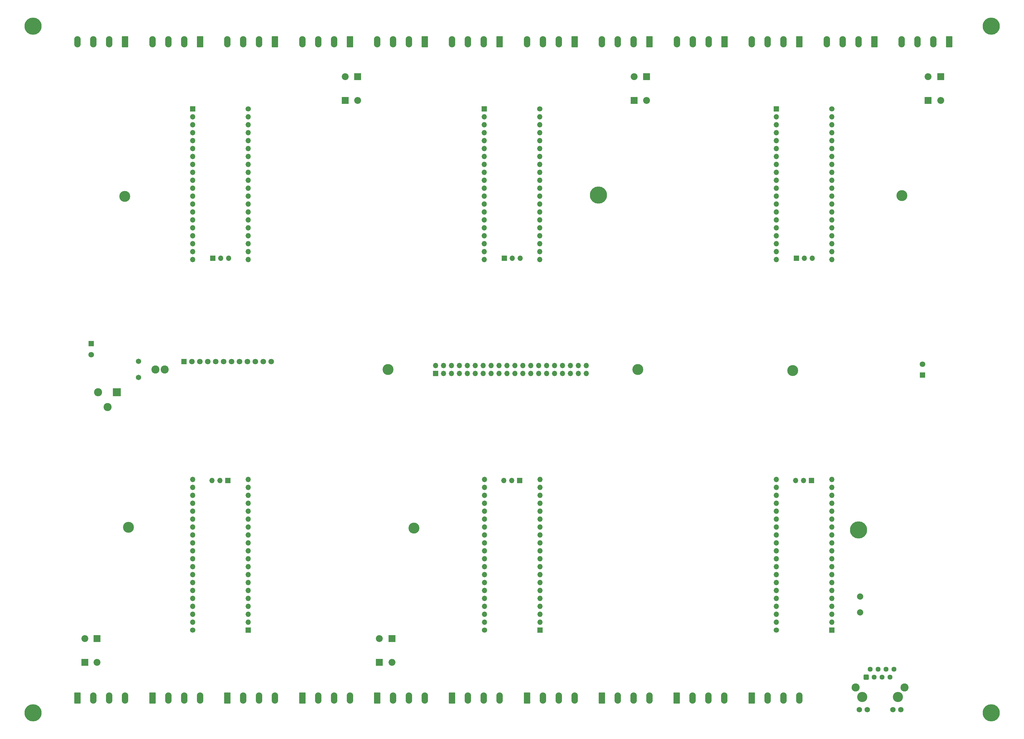
<source format=gbr>
%TF.GenerationSoftware,KiCad,Pcbnew,8.0.1*%
%TF.CreationDate,2024-04-17T10:04:04-05:00*%
%TF.ProjectId,Kristerj,4b726973-7465-4726-9a2e-6b696361645f,rev?*%
%TF.SameCoordinates,Original*%
%TF.FileFunction,Soldermask,Bot*%
%TF.FilePolarity,Negative*%
%FSLAX46Y46*%
G04 Gerber Fmt 4.6, Leading zero omitted, Abs format (unit mm)*
G04 Created by KiCad (PCBNEW 8.0.1) date 2024-04-17 10:04:04*
%MOMM*%
%LPD*%
G01*
G04 APERTURE LIST*
G04 Aperture macros list*
%AMRoundRect*
0 Rectangle with rounded corners*
0 $1 Rounding radius*
0 $2 $3 $4 $5 $6 $7 $8 $9 X,Y pos of 4 corners*
0 Add a 4 corners polygon primitive as box body*
4,1,4,$2,$3,$4,$5,$6,$7,$8,$9,$2,$3,0*
0 Add four circle primitives for the rounded corners*
1,1,$1+$1,$2,$3*
1,1,$1+$1,$4,$5*
1,1,$1+$1,$6,$7*
1,1,$1+$1,$8,$9*
0 Add four rect primitives between the rounded corners*
20,1,$1+$1,$2,$3,$4,$5,0*
20,1,$1+$1,$4,$5,$6,$7,0*
20,1,$1+$1,$6,$7,$8,$9,0*
20,1,$1+$1,$8,$9,$2,$3,0*%
G04 Aperture macros list end*
%ADD10C,1.710000*%
%ADD11R,1.700000X1.700000*%
%ADD12O,1.700000X1.700000*%
%ADD13C,2.600000*%
%ADD14C,1.700000*%
%ADD15R,1.800000X1.800000*%
%ADD16C,1.800000*%
%ADD17C,5.500000*%
%ADD18C,3.500000*%
%ADD19R,2.200000X2.200000*%
%ADD20O,2.200000X2.200000*%
%ADD21R,2.600000X2.600000*%
%ADD22RoundRect,0.249999X-0.790001X-1.550001X0.790001X-1.550001X0.790001X1.550001X-0.790001X1.550001X0*%
%ADD23O,2.080000X3.600000*%
%ADD24RoundRect,0.249999X0.790001X1.550001X-0.790001X1.550001X-0.790001X-1.550001X0.790001X-1.550001X0*%
%ADD25C,2.000000*%
%ADD26C,3.250000*%
%ADD27RoundRect,0.102000X-0.704000X-0.704000X0.704000X-0.704000X0.704000X0.704000X-0.704000X0.704000X0*%
%ADD28C,1.612000*%
%ADD29C,1.734000*%
%ADD30C,2.604000*%
G04 APERTURE END LIST*
D10*
%TO.C,F1*%
X176300000Y-202235000D03*
X176300000Y-197135000D03*
%TD*%
D11*
%TO.C,J5*%
X204940000Y-235305000D03*
D12*
X202400000Y-235305000D03*
X199860000Y-235305000D03*
%TD*%
D11*
%TO.C,J19*%
X387060000Y-164095000D03*
D12*
X389600000Y-164095000D03*
X392140000Y-164095000D03*
%TD*%
D11*
%TO.C,J20*%
X391865000Y-235315000D03*
D12*
X389325000Y-235315000D03*
X386785000Y-235315000D03*
%TD*%
D13*
%TO.C,L1*%
X181725000Y-199700000D03*
X184725000Y-199700000D03*
%TD*%
D11*
%TO.C,U17*%
X380585000Y-116205000D03*
D12*
X380585000Y-118745000D03*
X380585000Y-121285000D03*
X380585000Y-123825000D03*
X380585000Y-126365000D03*
X380585000Y-128905000D03*
X380585000Y-131445000D03*
X380585000Y-133985000D03*
X380585000Y-136525000D03*
X380585000Y-139065000D03*
X380585000Y-141605000D03*
X380585000Y-144145000D03*
X380585000Y-146685000D03*
X380585000Y-149225000D03*
X380585000Y-151765000D03*
X380585000Y-154305000D03*
X380585000Y-156845000D03*
X380585000Y-159385000D03*
X380585000Y-161925000D03*
X380585000Y-164465000D03*
X398365000Y-164465000D03*
X398365000Y-161925000D03*
X398365000Y-159385000D03*
X398365000Y-156845000D03*
X398365000Y-154305000D03*
X398365000Y-151765000D03*
X398365000Y-149225000D03*
X398365000Y-146685000D03*
X398365000Y-144145000D03*
X398365000Y-141605000D03*
X398365000Y-139065000D03*
X398365000Y-136525000D03*
X398365000Y-133985000D03*
X398365000Y-131445000D03*
X398365000Y-128905000D03*
X398365000Y-126365000D03*
X398365000Y-123825000D03*
X398365000Y-121285000D03*
X398365000Y-118745000D03*
D14*
X398365000Y-116205000D03*
%TD*%
D15*
%TO.C,J1*%
X161185000Y-191455000D03*
D16*
X161185000Y-194955000D03*
%TD*%
D17*
%TO.C,H1*%
X142500000Y-309700000D03*
%TD*%
%TO.C,H11*%
X449400000Y-309700000D03*
%TD*%
%TO.C,H5*%
X142500000Y-89700000D03*
%TD*%
D18*
%TO.C,H2*%
X173120000Y-250255000D03*
%TD*%
%TO.C,H6*%
X336260000Y-199720000D03*
%TD*%
%TO.C,H7*%
X420850000Y-144035000D03*
%TD*%
D17*
%TO.C,H8*%
X323650000Y-143835000D03*
%TD*%
D18*
%TO.C,H9*%
X171939260Y-144302740D03*
%TD*%
%TO.C,H10*%
X256260000Y-199720000D03*
%TD*%
D17*
%TO.C,H4*%
X406910000Y-251155000D03*
%TD*%
D18*
%TO.C,H12*%
X264530000Y-250555000D03*
%TD*%
D11*
%TO.C,J6*%
X200055000Y-164095000D03*
D12*
X202595000Y-164095000D03*
X205135000Y-164095000D03*
%TD*%
D11*
%TO.C,J14*%
X298390000Y-235310000D03*
D12*
X295850000Y-235310000D03*
X293310000Y-235310000D03*
%TD*%
D19*
%TO.C,D17*%
X159080000Y-293520000D03*
D20*
X159080000Y-285900000D03*
%TD*%
D11*
%TO.C,J8*%
X271470000Y-200985000D03*
D12*
X271470000Y-198445000D03*
X274010000Y-200985000D03*
X274010000Y-198445000D03*
X276550000Y-200985000D03*
X276550000Y-198445000D03*
X279090000Y-200985000D03*
X279090000Y-198445000D03*
X281630000Y-200985000D03*
X281630000Y-198445000D03*
X284170000Y-200985000D03*
X284170000Y-198445000D03*
X286710000Y-200985000D03*
X286710000Y-198445000D03*
X289250000Y-200985000D03*
X289250000Y-198445000D03*
X291790000Y-200985000D03*
X291790000Y-198445000D03*
X294330000Y-200985000D03*
X294330000Y-198445000D03*
X296870000Y-200985000D03*
X296870000Y-198445000D03*
X299410000Y-200985000D03*
X299410000Y-198445000D03*
X301950000Y-200985000D03*
X301950000Y-198445000D03*
X304490000Y-200985000D03*
X304490000Y-198445000D03*
X307030000Y-200985000D03*
X307030000Y-198445000D03*
X309570000Y-200985000D03*
X309570000Y-198445000D03*
X312110000Y-200985000D03*
X312110000Y-198445000D03*
X314650000Y-200985000D03*
X314650000Y-198445000D03*
X317190000Y-200985000D03*
X317190000Y-198445000D03*
X319730000Y-200985000D03*
X319730000Y-198445000D03*
%TD*%
D11*
%TO.C,U1*%
X211410000Y-283205000D03*
D12*
X211410000Y-280665000D03*
X211410000Y-278125000D03*
X211410000Y-275585000D03*
X211410000Y-273045000D03*
X211410000Y-270505000D03*
X211410000Y-267965000D03*
X211410000Y-265425000D03*
X211410000Y-262885000D03*
X211410000Y-260345000D03*
X211410000Y-257805000D03*
X211410000Y-255265000D03*
X211410000Y-252725000D03*
X211410000Y-250185000D03*
X211410000Y-247645000D03*
X211410000Y-245105000D03*
X211410000Y-242565000D03*
X211410000Y-240025000D03*
X211410000Y-237485000D03*
X211410000Y-234945000D03*
X193630000Y-234945000D03*
X193630000Y-237485000D03*
X193630000Y-240025000D03*
X193630000Y-242565000D03*
X193630000Y-245105000D03*
X193630000Y-247645000D03*
X193630000Y-250185000D03*
X193630000Y-252725000D03*
X193630000Y-255265000D03*
X193630000Y-257805000D03*
X193630000Y-260345000D03*
X193630000Y-262885000D03*
X193630000Y-265425000D03*
X193630000Y-267965000D03*
X193630000Y-270505000D03*
X193630000Y-273045000D03*
X193630000Y-275585000D03*
X193630000Y-278125000D03*
X193630000Y-280665000D03*
D14*
X193630000Y-283205000D03*
%TD*%
D21*
%TO.C,J2*%
X169390000Y-207045000D03*
D13*
X163390000Y-207045000D03*
X166390000Y-211745000D03*
%TD*%
D11*
%TO.C,U2*%
X193630000Y-116205000D03*
D12*
X193630000Y-118745000D03*
X193630000Y-121285000D03*
X193630000Y-123825000D03*
X193630000Y-126365000D03*
X193630000Y-128905000D03*
X193630000Y-131445000D03*
X193630000Y-133985000D03*
X193630000Y-136525000D03*
X193630000Y-139065000D03*
X193630000Y-141605000D03*
X193630000Y-144145000D03*
X193630000Y-146685000D03*
X193630000Y-149225000D03*
X193630000Y-151765000D03*
X193630000Y-154305000D03*
X193630000Y-156845000D03*
X193630000Y-159385000D03*
X193630000Y-161925000D03*
X193630000Y-164465000D03*
X211410000Y-164465000D03*
X211410000Y-161925000D03*
X211410000Y-159385000D03*
X211410000Y-156845000D03*
X211410000Y-154305000D03*
X211410000Y-151765000D03*
X211410000Y-149225000D03*
X211410000Y-146685000D03*
X211410000Y-144145000D03*
X211410000Y-141605000D03*
X211410000Y-139065000D03*
X211410000Y-136525000D03*
X211410000Y-133985000D03*
X211410000Y-131445000D03*
X211410000Y-128905000D03*
X211410000Y-126365000D03*
X211410000Y-123825000D03*
X211410000Y-121285000D03*
X211410000Y-118745000D03*
D14*
X211410000Y-116205000D03*
%TD*%
D18*
%TO.C,H13*%
X385830000Y-200075000D03*
%TD*%
D19*
%TO.C,D18*%
X162985000Y-285900000D03*
D20*
X162985000Y-293520000D03*
%TD*%
D19*
%TO.C,D19*%
X246460000Y-105915000D03*
D20*
X246460000Y-113535000D03*
%TD*%
D19*
%TO.C,D20*%
X242555000Y-113530000D03*
D20*
X242555000Y-105910000D03*
%TD*%
D11*
%TO.C,U9*%
X287035000Y-116205000D03*
D12*
X287035000Y-118745000D03*
X287035000Y-121285000D03*
X287035000Y-123825000D03*
X287035000Y-126365000D03*
X287035000Y-128905000D03*
X287035000Y-131445000D03*
X287035000Y-133985000D03*
X287035000Y-136525000D03*
X287035000Y-139065000D03*
X287035000Y-141605000D03*
X287035000Y-144145000D03*
X287035000Y-146685000D03*
X287035000Y-149225000D03*
X287035000Y-151765000D03*
X287035000Y-154305000D03*
X287035000Y-156845000D03*
X287035000Y-159385000D03*
X287035000Y-161925000D03*
X287035000Y-164465000D03*
X304815000Y-164465000D03*
X304815000Y-161925000D03*
X304815000Y-159385000D03*
X304815000Y-156845000D03*
X304815000Y-154305000D03*
X304815000Y-151765000D03*
X304815000Y-149225000D03*
X304815000Y-146685000D03*
X304815000Y-144145000D03*
X304815000Y-141605000D03*
X304815000Y-139065000D03*
X304815000Y-136525000D03*
X304815000Y-133985000D03*
X304815000Y-131445000D03*
X304815000Y-128905000D03*
X304815000Y-126365000D03*
X304815000Y-123825000D03*
X304815000Y-121285000D03*
X304815000Y-118745000D03*
D14*
X304815000Y-116205000D03*
%TD*%
D11*
%TO.C,U10*%
X304885000Y-283205000D03*
D12*
X304885000Y-280665000D03*
X304885000Y-278125000D03*
X304885000Y-275585000D03*
X304885000Y-273045000D03*
X304885000Y-270505000D03*
X304885000Y-267965000D03*
X304885000Y-265425000D03*
X304885000Y-262885000D03*
X304885000Y-260345000D03*
X304885000Y-257805000D03*
X304885000Y-255265000D03*
X304885000Y-252725000D03*
X304885000Y-250185000D03*
X304885000Y-247645000D03*
X304885000Y-245105000D03*
X304885000Y-242565000D03*
X304885000Y-240025000D03*
X304885000Y-237485000D03*
X304885000Y-234945000D03*
X287105000Y-234945000D03*
X287105000Y-237485000D03*
X287105000Y-240025000D03*
X287105000Y-242565000D03*
X287105000Y-245105000D03*
X287105000Y-247645000D03*
X287105000Y-250185000D03*
X287105000Y-252725000D03*
X287105000Y-255265000D03*
X287105000Y-257805000D03*
X287105000Y-260345000D03*
X287105000Y-262885000D03*
X287105000Y-265425000D03*
X287105000Y-267965000D03*
X287105000Y-270505000D03*
X287105000Y-273045000D03*
X287105000Y-275585000D03*
X287105000Y-278125000D03*
X287105000Y-280665000D03*
D14*
X287105000Y-283205000D03*
%TD*%
D11*
%TO.C,U18*%
X398370000Y-283205000D03*
D12*
X398370000Y-280665000D03*
X398370000Y-278125000D03*
X398370000Y-275585000D03*
X398370000Y-273045000D03*
X398370000Y-270505000D03*
X398370000Y-267965000D03*
X398370000Y-265425000D03*
X398370000Y-262885000D03*
X398370000Y-260345000D03*
X398370000Y-257805000D03*
X398370000Y-255265000D03*
X398370000Y-252725000D03*
X398370000Y-250185000D03*
X398370000Y-247645000D03*
X398370000Y-245105000D03*
X398370000Y-242565000D03*
X398370000Y-240025000D03*
X398370000Y-237485000D03*
X398370000Y-234945000D03*
X380590000Y-234945000D03*
X380590000Y-237485000D03*
X380590000Y-240025000D03*
X380590000Y-242565000D03*
X380590000Y-245105000D03*
X380590000Y-247645000D03*
X380590000Y-250185000D03*
X380590000Y-252725000D03*
X380590000Y-255265000D03*
X380590000Y-257805000D03*
X380590000Y-260345000D03*
X380590000Y-262885000D03*
X380590000Y-265425000D03*
X380590000Y-267965000D03*
X380590000Y-270505000D03*
X380590000Y-273045000D03*
X380590000Y-275585000D03*
X380590000Y-278125000D03*
X380590000Y-280665000D03*
D14*
X380590000Y-283205000D03*
%TD*%
D15*
%TO.C,J7*%
X427420000Y-201510000D03*
D16*
X427420000Y-198010000D03*
%TD*%
D22*
%TO.C,J9_1*%
X228760000Y-305000000D03*
D23*
X233840000Y-305000000D03*
X238920000Y-305000000D03*
X244000000Y-305000000D03*
%TD*%
D19*
%TO.C,D41*%
X339030000Y-105875000D03*
D20*
X339030000Y-113495000D03*
%TD*%
D19*
%TO.C,D39*%
X253460000Y-293520000D03*
D20*
X253460000Y-285900000D03*
%TD*%
D15*
%TO.C,PS1*%
X190890000Y-197170000D03*
D16*
X193430000Y-197170000D03*
X195970000Y-197170000D03*
X198510000Y-197170000D03*
X201050000Y-197170000D03*
X203590000Y-197170000D03*
X206130000Y-197170000D03*
X208670000Y-197170000D03*
X211210000Y-197170000D03*
X213750000Y-197170000D03*
X216290000Y-197170000D03*
X218830000Y-197170000D03*
%TD*%
D22*
%TO.C,J3_2*%
X156760000Y-305000000D03*
D23*
X161840000Y-305000000D03*
X166920000Y-305000000D03*
X172000000Y-305000000D03*
%TD*%
D24*
%TO.C,J10_1*%
X172000000Y-94777500D03*
D23*
X166920000Y-94777500D03*
X161840000Y-94777500D03*
X156760000Y-94777500D03*
%TD*%
D22*
%TO.C,J17_2*%
X348680000Y-305000000D03*
D23*
X353760000Y-305000000D03*
X358840000Y-305000000D03*
X363920000Y-305000000D03*
%TD*%
D24*
%TO.C,J4_1*%
X220000000Y-94777500D03*
D23*
X214920000Y-94777500D03*
X209840000Y-94777500D03*
X204760000Y-94777500D03*
%TD*%
D22*
%TO.C,J15_2*%
X300760000Y-305000000D03*
D23*
X305840000Y-305000000D03*
X310920000Y-305000000D03*
X316000000Y-305000000D03*
%TD*%
D24*
%TO.C,J21_1*%
X364000000Y-94777500D03*
D23*
X358920000Y-94777500D03*
X353840000Y-94777500D03*
X348760000Y-94777500D03*
%TD*%
D24*
%TO.C,J16_2*%
X292000000Y-94777500D03*
D23*
X286920000Y-94777500D03*
X281840000Y-94777500D03*
X276760000Y-94777500D03*
%TD*%
D22*
%TO.C,J15_1*%
X324760000Y-305000000D03*
D23*
X329840000Y-305000000D03*
X334920000Y-305000000D03*
X340000000Y-305000000D03*
%TD*%
D19*
%TO.C,D64*%
X429240000Y-113510000D03*
D20*
X429240000Y-105890000D03*
%TD*%
D11*
%TO.C,J13*%
X293480000Y-164095000D03*
D12*
X296020000Y-164095000D03*
X298560000Y-164095000D03*
%TD*%
D24*
%TO.C,J18_1*%
X412000000Y-94777500D03*
D23*
X406920000Y-94777500D03*
X401840000Y-94777500D03*
X396760000Y-94777500D03*
%TD*%
D25*
%TO.C,FB1*%
X407447832Y-277495000D03*
X407447832Y-272415000D03*
%TD*%
D17*
%TO.C,H3*%
X449400000Y-89700000D03*
%TD*%
D24*
%TO.C,J4_2*%
X244000000Y-94777500D03*
D23*
X238920000Y-94777500D03*
X233840000Y-94777500D03*
X228760000Y-94777500D03*
%TD*%
D22*
%TO.C,J11_2*%
X252760000Y-305000000D03*
D23*
X257840000Y-305000000D03*
X262920000Y-305000000D03*
X268000000Y-305000000D03*
%TD*%
D22*
%TO.C,J11_1*%
X276760000Y-305000000D03*
D23*
X281840000Y-305000000D03*
X286920000Y-305000000D03*
X292000000Y-305000000D03*
%TD*%
D26*
%TO.C,J4*%
X408098500Y-304625000D03*
X419528500Y-304625000D03*
D27*
X409368500Y-298275000D03*
D28*
X410638500Y-295735000D03*
X411908500Y-298275000D03*
X413178500Y-295735000D03*
X414448500Y-298275000D03*
X415718500Y-295735000D03*
X416988500Y-298275000D03*
X418258500Y-295735000D03*
D29*
X407173500Y-308685000D03*
X409713500Y-308685000D03*
X417913500Y-308685000D03*
X420453500Y-308685000D03*
D30*
X405963500Y-301575000D03*
X421663500Y-301575000D03*
%TD*%
D24*
%TO.C,J16_1*%
X268000000Y-94777500D03*
D23*
X262920000Y-94777500D03*
X257840000Y-94777500D03*
X252760000Y-94777500D03*
%TD*%
D24*
%TO.C,J21_2*%
X388000000Y-94777500D03*
D23*
X382920000Y-94777500D03*
X377840000Y-94777500D03*
X372760000Y-94777500D03*
%TD*%
D24*
%TO.C,J18_2*%
X436000000Y-94777500D03*
D23*
X430920000Y-94777500D03*
X425840000Y-94777500D03*
X420760000Y-94777500D03*
%TD*%
D19*
%TO.C,D63*%
X433270000Y-105890000D03*
D20*
X433270000Y-113510000D03*
%TD*%
D19*
%TO.C,D42*%
X335045000Y-113495000D03*
D20*
X335045000Y-105875000D03*
%TD*%
D24*
%TO.C,J10_2*%
X196000000Y-94777500D03*
D23*
X190920000Y-94777500D03*
X185840000Y-94777500D03*
X180760000Y-94777500D03*
%TD*%
D22*
%TO.C,J3_1*%
X180760000Y-305000000D03*
D23*
X185840000Y-305000000D03*
X190920000Y-305000000D03*
X196000000Y-305000000D03*
%TD*%
D24*
%TO.C,J12_1*%
X316000000Y-94777500D03*
D23*
X310920000Y-94777500D03*
X305840000Y-94777500D03*
X300760000Y-94777500D03*
%TD*%
D22*
%TO.C,J9_2*%
X204760000Y-305000000D03*
D23*
X209840000Y-305000000D03*
X214920000Y-305000000D03*
X220000000Y-305000000D03*
%TD*%
D22*
%TO.C,J17_1*%
X372760000Y-305000000D03*
D23*
X377840000Y-305000000D03*
X382920000Y-305000000D03*
X388000000Y-305000000D03*
%TD*%
D19*
%TO.C,D40*%
X257465000Y-285900000D03*
D20*
X257465000Y-293520000D03*
%TD*%
D24*
%TO.C,J12_2*%
X340000000Y-94777500D03*
D23*
X334920000Y-94777500D03*
X329840000Y-94777500D03*
X324760000Y-94777500D03*
%TD*%
M02*

</source>
